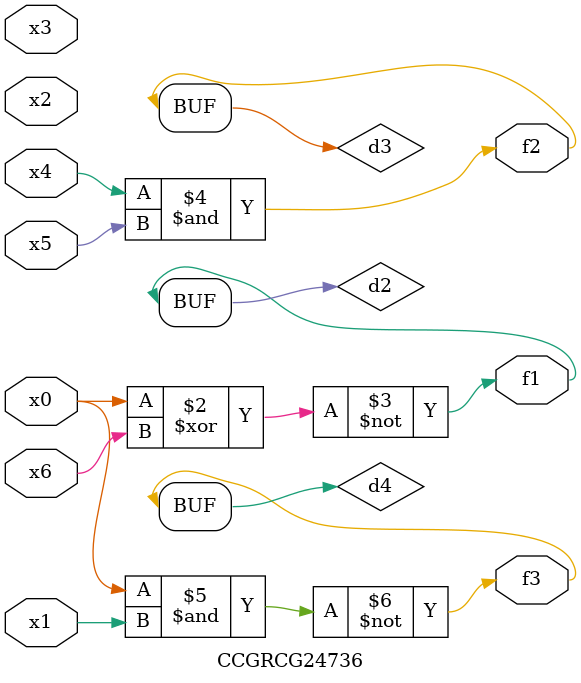
<source format=v>
module CCGRCG24736(
	input x0, x1, x2, x3, x4, x5, x6,
	output f1, f2, f3
);

	wire d1, d2, d3, d4;

	nor (d1, x0);
	xnor (d2, x0, x6);
	and (d3, x4, x5);
	nand (d4, x0, x1);
	assign f1 = d2;
	assign f2 = d3;
	assign f3 = d4;
endmodule

</source>
